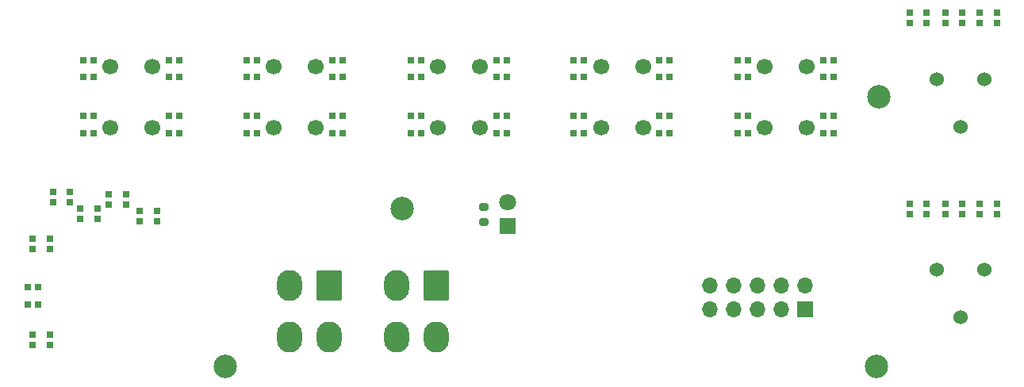
<source format=gbr>
%TF.GenerationSoftware,KiCad,Pcbnew,(6.0.9)*%
%TF.CreationDate,2023-01-27T21:22:42-09:00*%
%TF.ProjectId,RWR CONTROL PANEL,52575220-434f-44e5-9452-4f4c2050414e,-*%
%TF.SameCoordinates,Original*%
%TF.FileFunction,Soldermask,Top*%
%TF.FilePolarity,Negative*%
%FSLAX46Y46*%
G04 Gerber Fmt 4.6, Leading zero omitted, Abs format (unit mm)*
G04 Created by KiCad (PCBNEW (6.0.9)) date 2023-01-27 21:22:42*
%MOMM*%
%LPD*%
G01*
G04 APERTURE LIST*
G04 Aperture macros list*
%AMRoundRect*
0 Rectangle with rounded corners*
0 $1 Rounding radius*
0 $2 $3 $4 $5 $6 $7 $8 $9 X,Y pos of 4 corners*
0 Add a 4 corners polygon primitive as box body*
4,1,4,$2,$3,$4,$5,$6,$7,$8,$9,$2,$3,0*
0 Add four circle primitives for the rounded corners*
1,1,$1+$1,$2,$3*
1,1,$1+$1,$4,$5*
1,1,$1+$1,$6,$7*
1,1,$1+$1,$8,$9*
0 Add four rect primitives between the rounded corners*
20,1,$1+$1,$2,$3,$4,$5,0*
20,1,$1+$1,$4,$5,$6,$7,0*
20,1,$1+$1,$6,$7,$8,$9,0*
20,1,$1+$1,$8,$9,$2,$3,0*%
G04 Aperture macros list end*
%ADD10RoundRect,0.200000X-0.275000X0.200000X-0.275000X-0.200000X0.275000X-0.200000X0.275000X0.200000X0*%
%ADD11R,1.800000X1.800000*%
%ADD12C,1.800000*%
%ADD13RoundRect,0.250001X1.099999X1.399999X-1.099999X1.399999X-1.099999X-1.399999X1.099999X-1.399999X0*%
%ADD14O,2.700000X3.300000*%
%ADD15R,0.700000X0.700000*%
%ADD16C,1.700000*%
%ADD17C,1.524000*%
%ADD18O,1.700000X1.700000*%
%ADD19R,1.700000X1.700000*%
%ADD20C,2.500000*%
G04 APERTURE END LIST*
D10*
%TO.C,R1*%
X75395858Y-21957811D03*
X75395858Y-23607811D03*
%TD*%
D11*
%TO.C,D1*%
X77935858Y-24052811D03*
D12*
X77935858Y-21512811D03*
%TD*%
D13*
%TO.C,J2*%
X70315858Y-30402811D03*
D14*
X66115858Y-30402811D03*
X70315858Y-35902811D03*
X66115858Y-35902811D03*
%TD*%
D13*
%TO.C,J1*%
X58885858Y-30402811D03*
D14*
X54685858Y-30402811D03*
X58885858Y-35902811D03*
X54685858Y-35902811D03*
%TD*%
D15*
%TO.C,D34*%
X120835858Y-21651334D03*
X120835858Y-22751334D03*
X122665858Y-22751334D03*
X122665858Y-21651334D03*
%TD*%
%TO.C,D33*%
X124645858Y-21651334D03*
X124645858Y-22751334D03*
X126475858Y-22751334D03*
X126475858Y-21651334D03*
%TD*%
%TO.C,D32*%
X128318880Y-21651334D03*
X128318880Y-22751334D03*
X130148880Y-22751334D03*
X130148880Y-21651334D03*
%TD*%
%TO.C,D31*%
X130148880Y-2304334D03*
X130148880Y-1204334D03*
X128318880Y-1204334D03*
X128318880Y-2304334D03*
%TD*%
%TO.C,D30*%
X126475858Y-2304334D03*
X126475858Y-1204334D03*
X124645858Y-1204334D03*
X124645858Y-2304334D03*
%TD*%
%TO.C,D29*%
X122665858Y-2304334D03*
X122665858Y-1204334D03*
X120835858Y-1204334D03*
X120835858Y-2304334D03*
%TD*%
%TO.C,D28*%
X111665880Y-14099334D03*
X112765880Y-14099334D03*
X112765880Y-12269334D03*
X111665880Y-12269334D03*
%TD*%
%TO.C,D27*%
X111665880Y-8130334D03*
X112765880Y-8130334D03*
X112765880Y-6300334D03*
X111665880Y-6300334D03*
%TD*%
%TO.C,D26*%
X103621880Y-6300334D03*
X102521880Y-6300334D03*
X102521880Y-8130334D03*
X103621880Y-8130334D03*
%TD*%
%TO.C,D25*%
X103621880Y-12269334D03*
X102521880Y-12269334D03*
X102521880Y-14099334D03*
X103621880Y-14099334D03*
%TD*%
%TO.C,D24*%
X94139880Y-14099334D03*
X95239880Y-14099334D03*
X95239880Y-12269334D03*
X94139880Y-12269334D03*
%TD*%
%TO.C,D23*%
X94139880Y-8130334D03*
X95239880Y-8130334D03*
X95239880Y-6300334D03*
X94139880Y-6300334D03*
%TD*%
%TO.C,D22*%
X86095880Y-6300334D03*
X84995880Y-6300334D03*
X84995880Y-8130334D03*
X86095880Y-8130334D03*
%TD*%
%TO.C,D21*%
X86095880Y-12269334D03*
X84995880Y-12269334D03*
X84995880Y-14099334D03*
X86095880Y-14099334D03*
%TD*%
%TO.C,D20*%
X76740880Y-14099334D03*
X77840880Y-14099334D03*
X77840880Y-12269334D03*
X76740880Y-12269334D03*
%TD*%
%TO.C,D19*%
X76740880Y-8130334D03*
X77840880Y-8130334D03*
X77840880Y-6300334D03*
X76740880Y-6300334D03*
%TD*%
%TO.C,D18*%
X68696880Y-6300334D03*
X67596880Y-6300334D03*
X67596880Y-8130334D03*
X68696880Y-8130334D03*
%TD*%
%TO.C,D17*%
X68696880Y-12269334D03*
X67596880Y-12269334D03*
X67596880Y-14099334D03*
X68696880Y-14099334D03*
%TD*%
%TO.C,D16*%
X59214880Y-14099334D03*
X60314880Y-14099334D03*
X60314880Y-12269334D03*
X59214880Y-12269334D03*
%TD*%
%TO.C,D15*%
X59214880Y-8130334D03*
X60314880Y-8130334D03*
X60314880Y-6300334D03*
X59214880Y-6300334D03*
%TD*%
%TO.C,D14*%
X51170880Y-6300334D03*
X50070880Y-6300334D03*
X50070880Y-8130334D03*
X51170880Y-8130334D03*
%TD*%
%TO.C,D13*%
X51170880Y-12269334D03*
X50070880Y-12269334D03*
X50070880Y-14099334D03*
X51170880Y-14099334D03*
%TD*%
%TO.C,D12*%
X41815880Y-14099334D03*
X42915880Y-14099334D03*
X42915880Y-12269334D03*
X41815880Y-12269334D03*
%TD*%
%TO.C,D11*%
X41815880Y-8130334D03*
X42915880Y-8130334D03*
X42915880Y-6300334D03*
X41815880Y-6300334D03*
%TD*%
%TO.C,D10*%
X33771880Y-6300334D03*
X32671880Y-6300334D03*
X32671880Y-8130334D03*
X33771880Y-8130334D03*
%TD*%
%TO.C,D9*%
X33771880Y-12269334D03*
X32671880Y-12269334D03*
X32671880Y-14099334D03*
X33771880Y-14099334D03*
%TD*%
%TO.C,D8*%
X40486880Y-23513334D03*
X40486880Y-22413334D03*
X38656880Y-22413334D03*
X38656880Y-23513334D03*
%TD*%
%TO.C,D7*%
X37184880Y-21735334D03*
X37184880Y-20635334D03*
X35354880Y-20635334D03*
X35354880Y-21735334D03*
%TD*%
%TO.C,D6*%
X34136880Y-23259334D03*
X34136880Y-22159334D03*
X32306880Y-22159334D03*
X32306880Y-23259334D03*
%TD*%
%TO.C,D5*%
X31215880Y-21481334D03*
X31215880Y-20381334D03*
X29385880Y-20381334D03*
X29385880Y-21481334D03*
%TD*%
%TO.C,D4*%
X27226880Y-25334334D03*
X27226880Y-26434334D03*
X29056880Y-26434334D03*
X29056880Y-25334334D03*
%TD*%
%TO.C,D3*%
X27802880Y-30557334D03*
X26702880Y-30557334D03*
X26702880Y-32387334D03*
X27802880Y-32387334D03*
%TD*%
%TO.C,D2*%
X27226880Y-35621334D03*
X27226880Y-36721334D03*
X29056880Y-36721334D03*
X29056880Y-35621334D03*
%TD*%
D16*
%TO.C,SW5*%
X105351530Y-13482785D03*
X105351530Y-6982785D03*
X109851530Y-13482785D03*
X109851530Y-6982785D03*
%TD*%
%TO.C,SW4*%
X87914431Y-13482785D03*
X87914431Y-6982785D03*
X92414431Y-13482785D03*
X92414431Y-6982785D03*
%TD*%
%TO.C,SW3*%
X74947732Y-6980385D03*
X74947732Y-13480385D03*
X70447732Y-6980385D03*
X70447732Y-13480385D03*
%TD*%
%TO.C,SW2*%
X57459831Y-6980385D03*
X57459831Y-13480385D03*
X52959831Y-6980385D03*
X52959831Y-13480385D03*
%TD*%
%TO.C,SW1*%
X39984631Y-6993085D03*
X39984631Y-13493085D03*
X35484631Y-6993085D03*
X35484631Y-13493085D03*
%TD*%
D17*
%TO.C,RV2*%
X128821131Y-28646585D03*
X126281131Y-33726585D03*
X123741131Y-28646585D03*
%TD*%
%TO.C,RV1*%
X128821131Y-8326585D03*
X126281131Y-13406585D03*
X123741131Y-8326585D03*
%TD*%
D18*
%TO.C,J3*%
X99525858Y-30402811D03*
X99525858Y-32942811D03*
X102065858Y-30402811D03*
X102065858Y-32942811D03*
X104605858Y-30402811D03*
X104605858Y-32942811D03*
X107145858Y-30402811D03*
X107145858Y-32942811D03*
X109685858Y-30402811D03*
D19*
X109685858Y-32942811D03*
%TD*%
D20*
%TO.C,H4*%
X117549881Y-10231585D03*
%TD*%
%TO.C,H3*%
X47763382Y-38965334D03*
%TD*%
%TO.C,H2*%
X117295880Y-38965334D03*
%TD*%
%TO.C,H1*%
X66663382Y-22137835D03*
%TD*%
M02*

</source>
